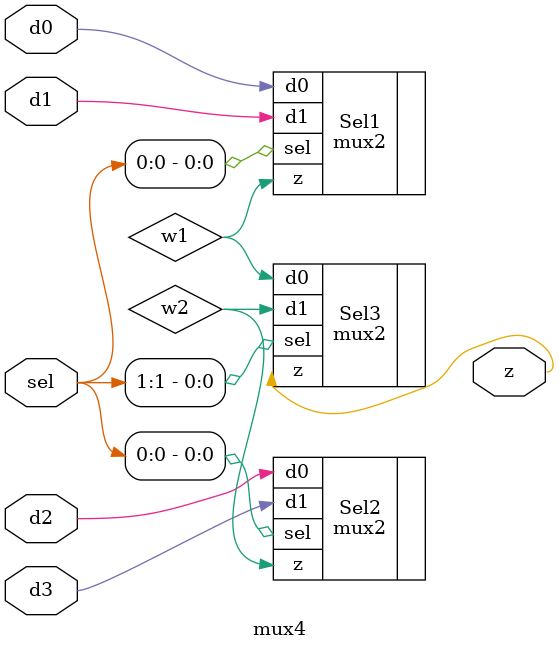
<source format=sv>
module mux4 (
    input logic d0,          // Data input 0
    input logic d1,          // Data input 1
    input logic d2,          // Data input 2
    input logic d3,          // Data input 3
    input logic [1:0] sel,   // Select input
    output logic z           // Output
);

logic w1,w2;
mux2 Sel1 (.d0(d0), .d1(d1), .sel(sel[0]), .z(w1));
mux2 Sel2 (.d0(d2), .d1(d3), .sel(sel[0]), .z(w2));
mux2 Sel3 (.d0(w1), .d1(w2), .sel(sel[1]), .z(z));

endmodule

</source>
